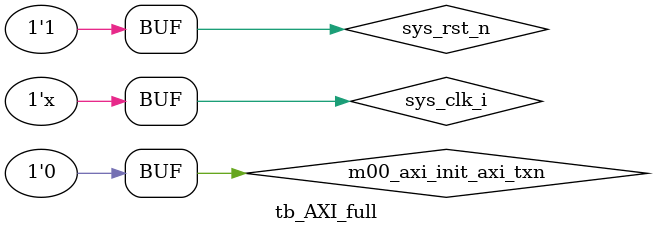
<source format=v>
`timescale 1ns / 1ps

module tb_AXI_full();
    //system simulation clk
    reg sys_clk_i;
   //system simulation reset
    reg sys_rst_n;

    reg m00_axi_init_axi_txn;
    wire m00_axi_txn_done,m00_axi_error;

parameter  C_AXI_TARGET_SLAVE_BASE_ADDR	= 32'h40000000,
  C_AXI_BURST_LEN  = 16,
  C_AXI_ID_WIDTH   = 1,
  C_AXI_ADDR_WIDTH = 32,
  C_AXI_DATA_WIDTH = 32,
  C_AXI_USER_WIDTH = 0;

    //axi write  signal 
    
    
    
    wire axi_awvalid;
    wire axi_awready;
    wire axi_awlock;
    wire [7 : 0] axi_awlen;//len
    wire [2 : 0] axi_awsize;//width
    wire [1 : 0] axi_awburst;
    wire [3 : 0] axi_awcache;
    wire [2 : 0] axi_awprot;
    wire [3 : 0] axi_awqos;
    wire [C_AXI_ID_WIDTH - 1 : 0] axi_awid;
    wire [C_AXI_ADDR_WIDTH-1 : 0] axi_awaddr;//addr
    wire [C_AXI_USER_WIDTH-1 : 0] axi_awuser;

    //axi write data 
    wire axi_wvalid;
    wire axi_wready;
    wire axi_wlast;
    wire [C_AXI_DATA_WIDTH-1  : 0] axi_wdata;
    wire [C_AXI_DATA_WIDTH/8-1: 0] axi_wstrb;
    wire [C_AXI_USER_WIDTH -1 : 0] axi_wuser;

    //ack signal
    wire axi_bvalid;
    wire axi_bready;
    wire [1 : 0] axi_bresp;
    wire [C_AXI_ID_WIDTH - 1: 0] axi_bid;
    wire [C_AXI_USER_WIDTH-1: 0] axi_buser;


    //axi read 
    
    
    wire axi_arvalid;
    wire axi_arready;
    wire axi_arlock;
    wire [7 : 0] axi_arlen;
    wire [2 : 0] axi_arsize;
    wire [1 : 0] axi_arburst;
    wire [3 : 0] axi_arcache;
    wire [2 : 0] axi_arprot;
    wire [3 : 0] axi_arqos;
    wire [C_AXI_ID_WIDTH - 1 : 0] axi_arid;
    wire [C_AXI_ADDR_WIDTH-1 : 0] axi_araddr;
    wire [C_AXI_USER_WIDTH-1 : 0] axi_aruser;

    //read 
    wire axi_rvalid;
    wire axi_rready;
    wire axi_rlast;
    wire [1 : 0] axi_rresp;
    wire [C_AXI_ID_WIDTH - 1 : 0] axi_rid;
    wire [C_AXI_DATA_WIDTH-1 : 0] axi_rdata;
    wire [C_AXI_USER_WIDTH-1 : 0] axi_ruser;

    initial begin
        sys_clk_i = 0;
        sys_rst_n = 0;
        m00_axi_init_axi_txn = 0;
        # 100 sys_rst_n = 1;
        #40 m00_axi_init_axi_txn = 1;
        #40 m00_axi_init_axi_txn = 0;
    end

    always #10 sys_clk_i = ~sys_clk_i;
    
    axi_full_v1 u_axi_full_v1(
		.m00_axi_init_axi_txn(m00_axi_init_axi_txn),
		.m00_axi_txn_done(m00_axi_txn_done),
		.m00_axi_error(m00_axi_error),
		.m00_axi_aclk(sys_clk_i),
		.m00_axi_aresetn(sys_rst_n),
        .m00_axi_awid(axi_awid),
        .m00_axi_awaddr(axi_awaddr),
        .m00_axi_awlen(axi_awlen),
        .m00_axi_awsize(axi_awsize),
        .m00_axi_awburst(axi_awburst),
        .m00_axi_awlock(axi_awlock),
        .m00_axi_awcache(axi_awcache),
        .m00_axi_awprot(axi_awprot),
        .m00_axi_awqos(axi_awqos),
        .m00_axi_awuser(axi_awuser),
        .m00_axi_awvalid(axi_awvalid),
        .m00_axi_awready(axi_awready),

        .m00_axi_wdata(axi_wdata),
        .m00_axi_wstrb(axi_wstrb),
        .m00_axi_wlast(axi_wlast),
        .m00_axi_wuser(axi_wuser),
        .m00_axi_wvalid(axi_wvalid),
        .m00_axi_wready(axi_wready),

        .m00_axi_bid(axi_bid),
        .m00_axi_bresp(axi_bresp),
        .m00_axi_buser(axi_buser),
        .m00_axi_bvalid(axi_bvalid),
        .m00_axi_bready(axi_bready),

        .m00_axi_arid(axi_arid),
        .m00_axi_araddr(axi_araddr),
        .m00_axi_arlen(axi_arlen),
        .m00_axi_arsize(axi_arsize),
        .m00_axi_arburst(axi_arburst),
        .m00_axi_arlock(axi_arlock),
        .m00_axi_arcache(axi_arcache),
        .m00_axi_arprot(axi_arprot),
        .m00_axi_arqos(axi_arqos),
        .m00_axi_aruser(axi_aruser),
        .m00_axi_arvalid(axi_arvalid),
        .m00_axi_arready(axi_arready),

        .m00_axi_rid(axi_rid),
        .m00_axi_rdata(axi_rdata),
        .m00_axi_rresp(axi_rresp),
        .m00_axi_rlast(axi_rlast),
        .m00_axi_ruser(axi_ruser),
        .m00_axi_rvalid(axi_rvalid),
        .m00_axi_rready(axi_rready),


        .s00_axi_aclk(sys_clk_i),
        .s00_axi_aresetn(sys_rst_n),

        .s00_axi_awid(axi_awid),
        .s00_axi_awaddr(axi_awaddr),
        .s00_axi_awlen(axi_awlen),
        .s00_axi_awsize(axi_awsize),
        .s00_axi_awburst(axi_awburst),
        .s00_axi_awlock(axi_awlock),
        .s00_axi_awcache(axi_awcache),
        .s00_axi_awprot(axi_awprot),
        .s00_axi_awqos(axi_awqos),
        .s00_axi_awuser(axi_awuser),
        .s00_axi_awvalid(axi_awvalid),
        .s00_axi_awready(axi_awready),

        .s00_axi_wdata(axi_wdata),
        .s00_axi_wstrb(axi_wstrb),
        .s00_axi_wlast(axi_wlast),
        .s00_axi_wuser(axi_wuser),
        .s00_axi_wvalid(axi_wvalid),
        .s00_axi_wready(axi_wready),

        .s00_axi_bid(axi_bid),
        .s00_axi_bresp(axi_bresp),
        .s00_axi_buser(axi_buser),
        .s00_axi_bvalid(axi_bvalid),
        .s00_axi_bready(axi_bready),

        .s00_axi_arid(axi_arid),
        .s00_axi_araddr(axi_araddr),
        .s00_axi_arlen(axi_arlen),
        .s00_axi_arsize(axi_arsize),
        .s00_axi_arburst(axi_arburst),
        .s00_axi_arlock(axi_arlock),
        .s00_axi_arcache(axi_arcache),
        .s00_axi_arprot(axi_arprot),
        .s00_axi_arqos(axi_arqos),
        .s00_axi_aruser(axi_aruser),
        .s00_axi_arvalid(axi_arvalid),
        .s00_axi_arready(axi_arready),

        .s00_axi_rid(axi_rid),
        .s00_axi_rdata(axi_rdata),
        .s00_axi_rresp(axi_rresp),
        .s00_axi_rlast(axi_rlast),
        .s00_axi_ruser(axi_ruser),
        .s00_axi_rvalid(axi_rvalid),
        .s00_axi_rready(axi_rready)
    );

endmodule

</source>
